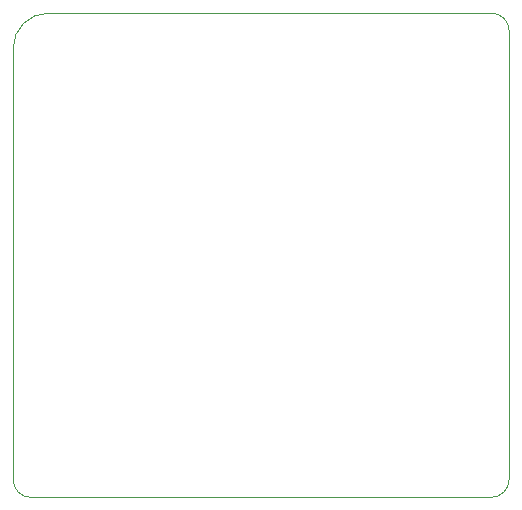
<source format=gbr>
G04 #@! TF.GenerationSoftware,KiCad,Pcbnew,(2017-04-02 revision 2c33fad45)-master*
G04 #@! TF.CreationDate,2017-04-07T18:54:24+05:30*
G04 #@! TF.ProjectId,LoRaBoard,4C6F5261426F6172642E6B696361645F,rev?*
G04 #@! TF.FileFunction,Profile,NP*
%FSLAX46Y46*%
G04 Gerber Fmt 4.6, Leading zero omitted, Abs format (unit mm)*
G04 Created by KiCad (PCBNEW (2017-04-02 revision 2c33fad45)-master) date Fri Apr  7 18:54:24 2017*
%MOMM*%
%LPD*%
G01*
G04 APERTURE LIST*
%ADD10C,0.100000*%
G04 APERTURE END LIST*
D10*
X178470000Y-97000000D02*
X141000000Y-97000000D01*
X180000000Y-136490000D02*
X180000000Y-98490000D01*
X139550000Y-138000000D02*
X178460000Y-138000000D01*
X138000000Y-100010000D02*
X138000000Y-136540000D01*
X180000000Y-98500000D02*
G75*
G03X178500000Y-97000000I-1500000J0D01*
G01*
X178500000Y-138000000D02*
G75*
G03X180000000Y-136500000I0J1500000D01*
G01*
X138000000Y-136500000D02*
G75*
G03X139500000Y-138000000I1500000J0D01*
G01*
X141000000Y-97000000D02*
G75*
G03X138000000Y-100000000I0J-3000000D01*
G01*
M02*

</source>
